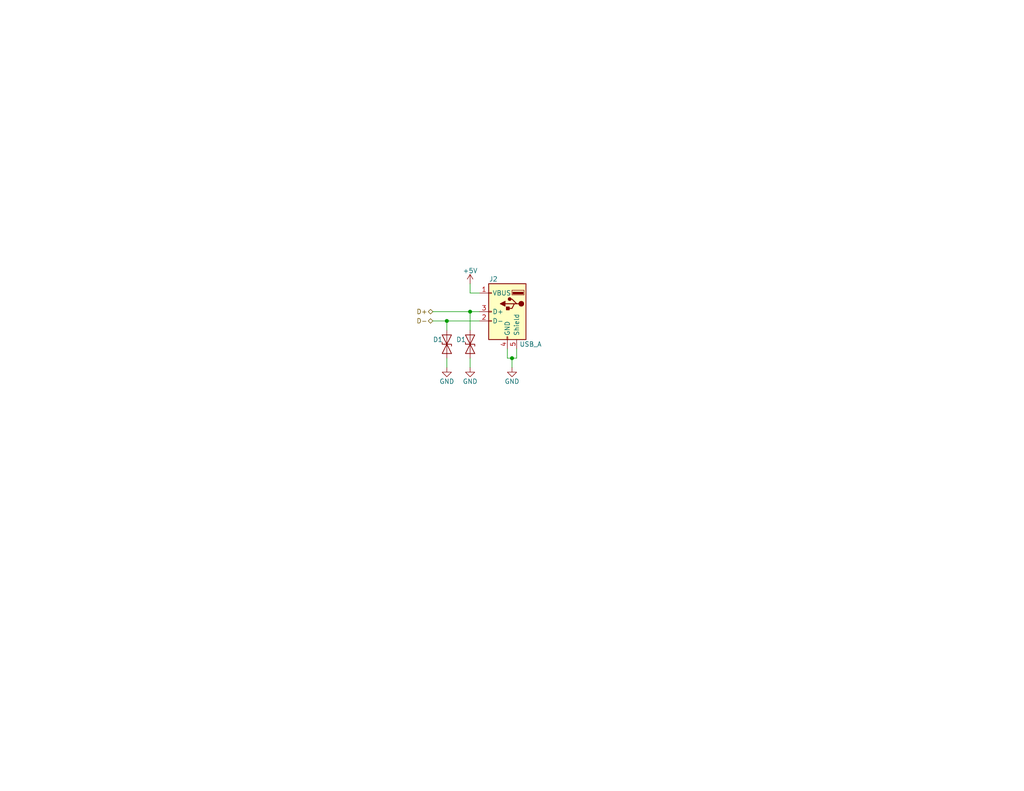
<source format=kicad_sch>
(kicad_sch (version 20230121) (generator eeschema)
  (paper "USLetter")
  (lib_symbols
    (symbol "Diode:ESD9B3.3ST5G" (pin_numbers hide) (pin_names (offset 1.016) hide)
      (property "Reference" "D" (at 0 2.54 0))
      (property "Value" "ESD9B3.3ST5G" (at 0 -2.54 0))
      (symbol "ESD9B3.3ST5G_0_1"
        (polyline (pts (xy 1.27 0) (xy -1.27 0)))
        (polyline (pts (xy -2.54 -1.27) (xy 0 0) (xy -2.54 1.27) (xy -2.54 -1.27)) (stroke (width 0.2032)))
        (polyline (pts (xy 0.508 1.27) (xy 0 1.27) (xy 0 -1.27) (xy -0.508 -1.27)) (stroke (width 0.2032)))
        (polyline (pts (xy 2.54 1.27) (xy 2.54 -1.27) (xy 0 0) (xy 2.54 1.27)) (stroke (width 0.2032)))
      )
      (symbol "ESD9B3.3ST5G_1_1"
        (pin passive line (at -3.81 0 0) (length 2.54) (name "A1") (number "1"))
        (pin passive line (at 3.81 0 180) (length 2.54) (name "A2") (number "2"))
      )
    )
    (symbol "Turaco:USB_A" (pin_names (offset 1.016))
      (property "Reference" "J" (at -5.08 11.43 0))
      (property "Value" "USB_A" (at -5.08 8.89 0))
      (symbol "USB_A_0_1"
        (rectangle (start -5.08 -7.62) (end 5.08 7.62) (stroke (width 0.254)) (fill (type background)))
        (circle (center -3.81 2.159) (radius 0.635) (stroke (width 0.254)) (fill (type outline)))
        (rectangle (start -1.524 4.826) (end -4.318 5.334) (fill (type outline)))
        (rectangle (start -1.27 4.572) (end -4.572 5.842))
        (circle (center -0.635 3.429) (radius 0.381) (stroke (width 0.254)) (fill (type outline)))
        (rectangle (start -0.127 -7.62) (end 0.127 -6.858))
        (polyline (pts (xy -3.175 2.159) (xy -2.54 2.159) (xy -1.27 3.429) (xy -0.635 3.429)) (stroke (width 0.254)))
        (polyline (pts (xy -2.54 2.159) (xy -1.905 2.159) (xy -1.27 0.889) (xy 0 0.889)) (stroke (width 0.254)))
        (polyline (pts (xy 0.635 2.794) (xy 0.635 1.524) (xy 1.905 2.159) (xy 0.635 2.794)) (stroke (width 0.254)) (fill (type outline)))
        (rectangle (start 0.254 1.27) (end -0.508 0.508) (stroke (width 0.254)) (fill (type outline)))
        (rectangle (start 5.08 -2.667) (end 4.318 -2.413))
        (rectangle (start 5.08 -0.127) (end 4.318 0.127))
        (rectangle (start 5.08 4.953) (end 4.318 5.207))
      )
      (symbol "USB_A_1_1"
        (polyline (pts (xy -1.905 2.159) (xy 0.635 2.159)) (stroke (width 0.254)))
        (pin power_in line (at 7.62 5.08 180) (length 2.54) (name "VBUS") (number "1"))
        (pin bidirectional line (at 7.62 -2.54 180) (length 2.54) (name "D-") (number "2"))
        (pin bidirectional line (at 7.62 0 180) (length 2.54) (name "D+") (number "3"))
        (pin power_in line (at 0 -10.16 90) (length 2.54) (name "GND") (number "4"))
        (pin passive line (at -2.54 -10.16 90) (length 2.54) (name "Shield") (number "5"))
      )
    )
    (symbol "power:+5V" (power) (pin_names (offset 0))
      (property "Value" "+5V" (at 0 3.556 0))
      (symbol "+5V_0_1"
        (polyline (pts (xy -0.762 1.27) (xy 0 2.54)))
        (polyline (pts (xy 0 0) (xy 0 2.54)))
        (polyline (pts (xy 0 2.54) (xy 0.762 1.27)))
      )
      (symbol "+5V_1_1"
        (pin power_in line (at 0 0 90) (length 0) hide (name "+5V") (number "1"))
      )
    )
    (symbol "power:GND" (power) (pin_names (offset 0))
      (property "Value" "GND" (at 0 -3.81 0))
      (symbol "GND_0_1"
        (polyline (pts (xy 0 0) (xy 0 -1.27) (xy 1.27 -1.27) (xy 0 -2.54) (xy -1.27 -1.27) (xy 0 -1.27)))
      )
      (symbol "GND_1_1"
        (pin power_in line (at 0 0 270) (length 0) hide (name "GND") (number "1"))
      )
    )
  )
  (junction (at 128.27 85.09))
  (junction (at 121.92 87.63))
  (junction (at 139.7 97.79))
  (wire (pts (xy 128.27 80.01) (xy 128.27 77.47)))
  (wire (pts (xy 118.11 85.09) (xy 128.27 85.09)))
  (wire (pts (xy 128.27 85.09) (xy 128.27 90.17)))
  (wire (pts (xy 121.92 87.63) (xy 121.92 90.17)))
  (wire (pts (xy 121.92 97.79) (xy 121.92 100.33)))
  (wire (pts (xy 138.43 95.25) (xy 138.43 97.79)))
  (wire (pts (xy 118.11 87.63) (xy 121.92 87.63)))
  (wire (pts (xy 128.27 97.79) (xy 128.27 100.33)))
  (wire (pts (xy 128.27 85.09) (xy 130.81 85.09)))
  (wire (pts (xy 138.43 97.79) (xy 139.7 97.79)))
  (wire (pts (xy 121.92 87.63) (xy 130.81 87.63)))
  (wire (pts (xy 140.97 95.25) (xy 140.97 97.79)))
  (wire (pts (xy 139.7 97.79) (xy 139.7 100.33)))
  (wire (pts (xy 128.27 80.01) (xy 130.81 80.01)))
  (wire (pts (xy 140.97 97.79) (xy 139.7 97.79)))
  (hierarchical_label "D-" (shape bidirectional) (at 118.11 87.63 180))
  (hierarchical_label "D+" (shape bidirectional) (at 118.11 85.09 180))
  (symbol (lib_id "power:GND") (at 128.27 100.33 0) (unit 1)
    (property "Reference" "#PWR031" (effects hide))
    (property "Value" "GND" (at 128.27 104.14 0))
    (instances (project "Revision 2" (path "" (reference "#PWR031") (unit 1)) (path "" (reference "#PWR0154") (unit 1)) (path "" (reference "#PWR0168") (unit 1)) (path "" (reference "#PWR0177") (unit 1)) (path "" (reference "#PWR0181") (unit 1))))
  )
  (symbol (lib_id "Diode:ESD9B3.3ST5G") (at 128.27 93.98 270) (unit 1)
    (property "Reference" "D1" (at 124.46 92.7099 90) (effects (justify left)))
    (property "Value" "ESD9B3.3ST5G" (effects hide))
    (property "Footprint" "Diode_SMD:D_SOD-923" (effects hide))
    (property "Datasheet" "https://www.onsemi.com/pub/Collateral/ESD9B-D.PDF" (effects hide))
    (instances (project "Revision 2" (path "" (reference "D1") (unit 1)) (path "" (reference "D1") (unit 1)) (path "" (reference "D18") (unit 1)) (path "" (reference "D27") (unit 1)) (path "" (reference "D31") (unit 1))))
  )
  (symbol (lib_id "power:+5V") (at 128.27 77.47 0) (unit 1)
    (property "Reference" "#PWR03" (effects hide))
    (property "Value" "+5V" (at 128.2931 73.9299 0))
    (instances (project "Revision 2" (path "" (reference "#PWR03") (unit 1)) (path "" (reference "#PWR052") (unit 1)) (path "" (reference "#PWR0123") (unit 1))) (project "vera-module-rev4" (path "" (reference "#PWR047") (unit 1))))
  )
  (symbol (lib_id "Diode:ESD9B3.3ST5G") (at 121.92 93.98 270) (unit 1)
    (property "Reference" "D1" (at 118.11 92.7099 90) (effects (justify left)))
    (property "Value" "ESD9B3.3ST5G" (effects hide))
    (property "Footprint" "Diode_SMD:D_SOD-923" (effects hide))
    (property "Datasheet" "https://www.onsemi.com/pub/Collateral/ESD9B-D.PDF" (effects hide))
    (instances (project "Revision 2" (path "" (reference "D1") (unit 1)) (path "" (reference "D1") (unit 1)) (path "" (reference "D18") (unit 1)) (path "" (reference "D27") (unit 1)) (path "" (reference "D30") (unit 1))))
  )
  (symbol (lib_id "power:GND") (at 139.7 100.33 0) (unit 1)
    (property "Reference" "#PWR05" (effects hide))
    (property "Value" "GND" (at 139.7 104.14 0))
    (instances (project "Revision 2" (path "" (reference "#PWR05") (unit 1)) (path "" (reference "#PWR0124") (unit 1))))
  )
  (symbol (lib_id "power:GND") (at 121.92 100.33 0) (unit 1)
    (property "Reference" "#PWR031" (effects hide))
    (property "Value" "GND" (at 121.92 104.14 0))
    (instances (project "Revision 2" (path "" (reference "#PWR031") (unit 1)) (path "" (reference "#PWR0154") (unit 1)) (path "" (reference "#PWR0168") (unit 1)) (path "" (reference "#PWR0177") (unit 1)) (path "" (reference "#PWR0180") (unit 1))))
  )
  (symbol (lib_id "Turaco:USB_A") (at 138.43 85.09 0) (mirror y) (unit 1)
    (property "Reference" "J2" (at 134.62 76.2 0))
    (property "Value" "USB_A" (at 144.78 93.98 0))
    (property "Datasheet" " ~" (effects hide))
    (instances (project "Revision 2" (path "" (reference "J2") (unit 1)) (path "" (reference "J6") (unit 1))))
  )
)
</source>
